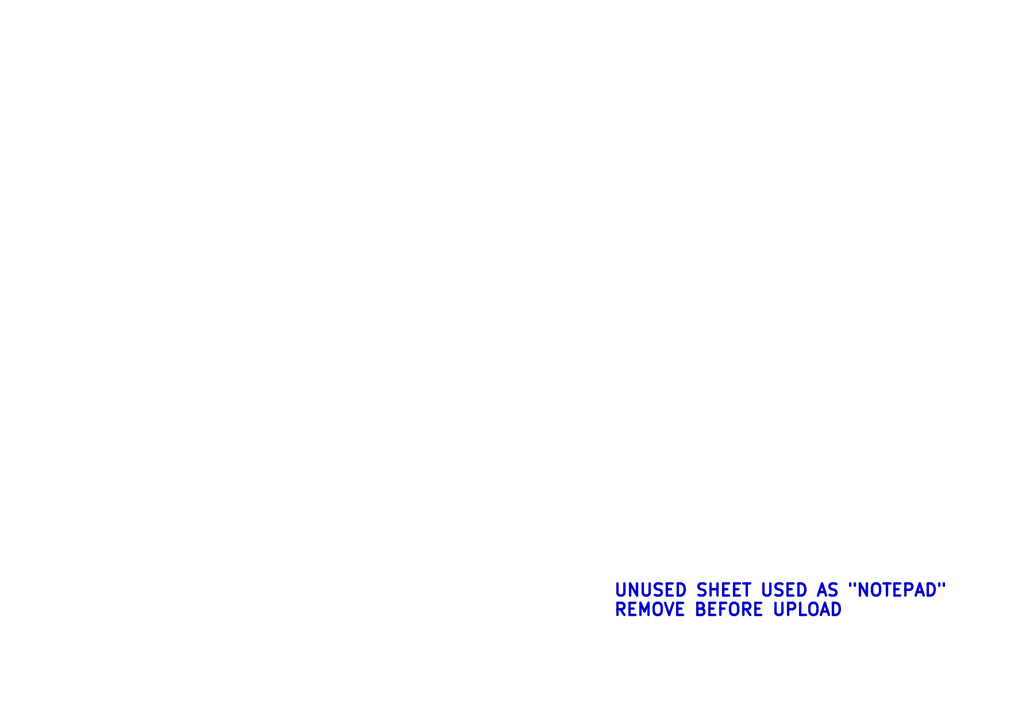
<source format=kicad_sch>
(kicad_sch
	(version 20231120)
	(generator "eeschema")
	(generator_version "8.0")
	(uuid "78efebc4-f035-4974-96d2-751a45fa3ac9")
	(paper "A4")
	(title_block
		(title "Pre-Ignition X2")
		(date "2023-06-15")
		(rev "B")
		(company "DetonationEMS")
	)
	(lib_symbols)
	(text "UNUSED SHEET USED AS \"NOTEPAD\"\nREMOVE BEFORE UPLOAD"
		(exclude_from_sim no)
		(at 177.8 179.07 0)
		(effects
			(font
				(size 3.5 3.5)
				(thickness 0.7)
				(bold yes)
			)
			(justify left bottom)
		)
		(uuid "e202d186-ffda-485d-a06a-6f7109165a6e")
	)
)

</source>
